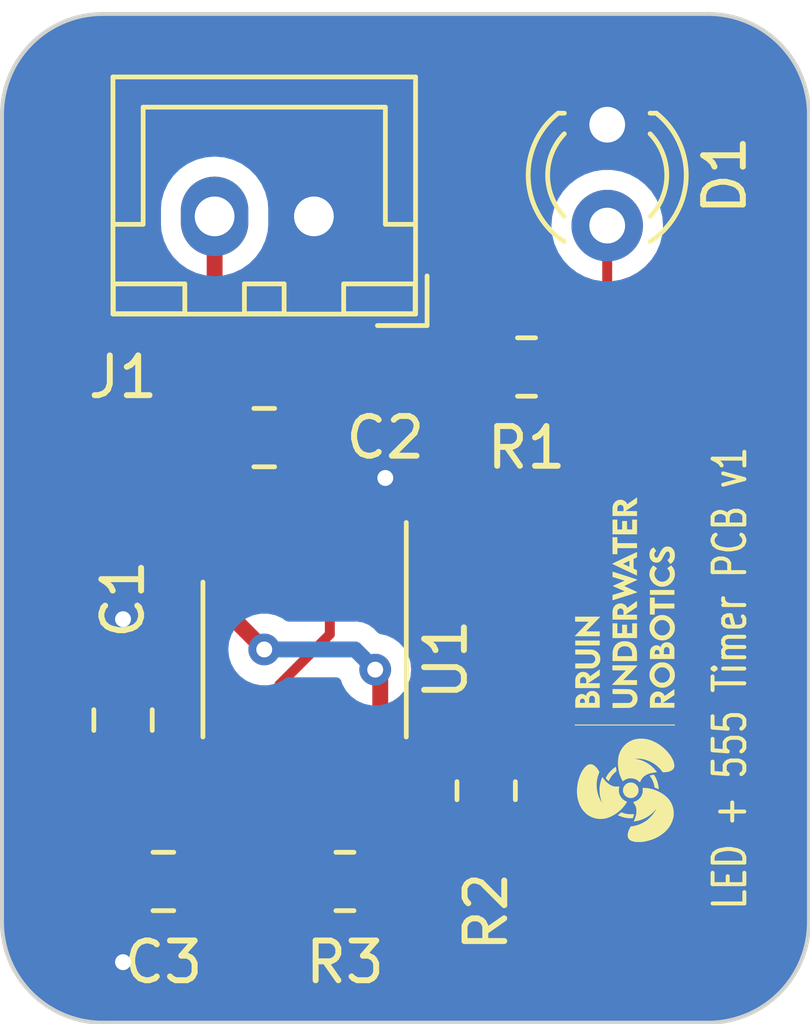
<source format=kicad_pcb>
(kicad_pcb (version 20221018) (generator pcbnew)
  (layers (0 "F.Cu" signal) (31 "B.Cu" signal) (34 "B.Paste" user) (35 "F.Paste" user) (36 "B.SilkS" user "B.Silkscreen") (37 "F.SilkS" user "F.Silkscreen") (38 "B.Mask" user) (39 "F.Mask" user) (44 "Edge.Cuts" user))
  (net 0 "")
  (net 1 "GND")
  (net 2 "Net-(U1-CV)")
  (net 3 "+9V")
  (net 4 "Net-(U1-THR)")
  (net 5 "Net-(D1-A)")
  (net 6 "/OUT")
  (net 7 "Net-(U1-DIS)")
  (footprint "Connector_JST:JST_XH_B2B-XH-A_1x02_P2.50mm_Vertical" (layer "F.Cu") (at 134.854 55.897 180)
    (fp_text reference "J1" (at 4.806 -4.047) (layer "F.SilkS"))
    (fp_text value "Conn_01x02")
    (pad "1" thru_hole roundrect (at 0 0 180) (size 1.7 2) (drill 1) (layers "*.Cu" "*.Mask") (roundrect_rratio 0.1470588235) (net 1 "GND"))
    (pad "2" thru_hole oval (at 2.5 0 180) (size 1.7 2) (drill 1) (layers "*.Cu" "*.Mask") (net 3 "+9V"))
  )
  (footprint "Resistor_SMD:R_0805_2012Metric" (layer "F.Cu") (at 139.192 70.358 -90)
    (fp_text reference "R2" (at 3.048 0 90) (layer "F.SilkS"))
    (fp_text value "8.2k")
    (pad "1" smd roundrect (at -0.9125 0 270) (size 1.025 1.4) (layers "F.Cu" "F.Paste" "F.Mask") (roundrect_rratio 0.243902439) (net 3 "+9V"))
    (pad "2" smd roundrect (at 0.9125 0 270) (size 1.025 1.4) (layers "F.Cu" "F.Paste" "F.Mask") (roundrect_rratio 0.243902439) (net 7 "Net-(U1-DIS)"))
  )
  (footprint "Resistor_SMD:R_0805_2012Metric" (layer "F.Cu") (at 140.208 59.69)
    (fp_text reference "R1" (at 0 2.032) (layer "F.SilkS"))
    (fp_text value "470")
    (pad "1" smd roundrect (at -0.9125 0) (size 1.025 1.4) (layers "F.Cu" "F.Paste" "F.Mask") (roundrect_rratio 0.243902439) (net 6 "/OUT"))
    (pad "2" smd roundrect (at 0.9125 0) (size 1.025 1.4) (layers "F.Cu" "F.Paste" "F.Mask") (roundrect_rratio 0.243902439) (net 5 "Net-(D1-A)"))
  )
  (footprint "Capacitor_SMD:C_0805_2012Metric" (layer "F.Cu") (at 131.064 72.644)
    (fp_text reference "C3" (at 0 2.032) (layer "F.SilkS"))
    (fp_text value "10u")
    (pad "1" smd roundrect (at -0.95 0) (size 1 1.45) (layers "F.Cu" "F.Paste" "F.Mask") (net 1 "GND"))
    (pad "2" smd roundrect (at 0.95 0) (size 1 1.45) (layers "F.Cu" "F.Paste" "F.Mask") (net 4 "Net-(U1-THR)"))
  )
  (footprint "Package_SO:SOIC-8_3.9x4.9mm_P1.27mm" (layer "F.Cu") (at 134.62 67.056 -90)
    (fp_text reference "U1" (at 0 -3.556 90) (layer "F.SilkS"))
    (fp_text value "NE555D")
    (pad "1" smd roundrect (at -2.475 -1.905 270) (size 1.95 0.6) (layers "F.Cu" "F.Paste" "F.Mask") (net 1 "GND"))
    (pad "2" smd roundrect (at -2.475 -0.635 270) (size 1.95 0.6) (layers "F.Cu" "F.Paste" "F.Mask") (net 4 "Net-(U1-THR)"))
    (pad "3" smd roundrect (at -2.475 0.635 270) (size 1.95 0.6) (layers "F.Cu" "F.Paste" "F.Mask") (net 6 "/OUT"))
    (pad "4" smd roundrect (at -2.475 1.905 270) (size 1.95 0.6) (layers "F.Cu" "F.Paste" "F.Mask") (net 3 "+9V"))
    (pad "5" smd roundrect (at 2.475 1.905 270) (size 1.95 0.6) (layers "F.Cu" "F.Paste" "F.Mask") (net 2 "Net-(U1-CV)"))
    (pad "6" smd roundrect (at 2.475 0.635 270) (size 1.95 0.6) (layers "F.Cu" "F.Paste" "F.Mask") (net 4 "Net-(U1-THR)"))
    (pad "7" smd roundrect (at 2.475 -0.635 270) (size 1.95 0.6) (layers "F.Cu" "F.Paste" "F.Mask") (net 7 "Net-(U1-DIS)"))
    (pad "8" smd roundrect (at 2.475 -1.905 270) (size 1.95 0.6) (layers "F.Cu" "F.Paste" "F.Mask") (net 3 "+9V"))
  )
  (footprint "Capacitor_SMD:C_0805_2012Metric" (layer "F.Cu") (at 130.048 68.58 -90)
    (fp_text reference "C1" (at -3.048 0 -90) (layer "F.SilkS"))
    (fp_text value "10n")
    (pad "1" smd roundrect (at -0.95 0 270) (size 1 1.45) (layers "F.Cu" "F.Paste" "F.Mask") (net 1 "GND"))
    (pad "2" smd roundrect (at 0.95 0 270) (size 1 1.45) (layers "F.Cu" "F.Paste" "F.Mask") (net 2 "Net-(U1-CV)"))
  )
  (footprint "Resistor_SMD:R_0805_2012Metric" (layer "F.Cu") (at 135.636 72.644 180)
    (fp_text reference "R3" (at 0 -2.032) (layer "F.SilkS"))
    (fp_text value "68k")
    (pad "1" smd roundrect (at -0.9125 0 180) (size 1.025 1.4) (layers "F.Cu" "F.Paste" "F.Mask") (roundrect_rratio 0.243902439) (net 7 "Net-(U1-DIS)"))
    (pad "2" smd roundrect (at 0.9125 0 180) (size 1.025 1.4) (layers "F.Cu" "F.Paste" "F.Mask") (roundrect_rratio 0.243902439) (net 4 "Net-(U1-THR)"))
  )
  (footprint "LOGO" (layer "F.Cu") (at 142.748 67.31 90)
    (fp_text reference "G***" hide)
    (fp_text value "LOGO" hide)
  )
  (footprint "LED_THT:LED_D3.0mm" (layer "F.Cu") (at 142.24 53.589 -90)
    (fp_text reference "D1" (at 1.27 -2.96 90) (layer "F.SilkS"))
    (fp_text value "LED")
    (pad "1" thru_hole rect (at 0 0 270) (size 1.8 1.8) (drill 0.9) (layers "*.Cu" "*.Mask") (net 1 "GND"))
    (pad "2" thru_hole circle (at 2.54 0 270) (size 1.8 1.8) (drill 0.9) (layers "*.Cu" "*.Mask") (net 5 "Net-(D1-A)"))
  )
  (footprint "Capacitor_SMD:C_0805_2012Metric" (layer "F.Cu") (at 133.604 61.468)
    (fp_text reference "C2" (at 3.048 0) (layer "F.SilkS"))
    (fp_text value "0.1u")
    (pad "1" smd roundrect (at -0.95 0) (size 1 1.45) (layers "F.Cu" "F.Paste" "F.Mask") (net 3 "+9V"))
    (pad "2" smd roundrect (at 0.95 0) (size 1 1.45) (layers "F.Cu" "F.Paste" "F.Mask") (net 1 "GND"))
  )
  (gr_line (start 127 73.66) (end 127 53.34) (stroke (width 0.1)) (layer "Edge.Cuts"))
  (gr_arc (start 147.32 73.66) (mid 146.576051 75.456051) (end 144.78 76.2) (stroke (width 0.1)) (layer "Edge.Cuts"))
  (gr_line (start 147.32 53.34) (end 147.32 73.66) (stroke (width 0.1)) (layer "Edge.Cuts"))
  (gr_line (start 144.78 76.2) (end 129.54 76.2) (stroke (width 0.1)) (layer "Edge.Cuts"))
  (gr_arc (start 144.78 50.8) (mid 146.576051 51.543949) (end 147.32 53.34) (stroke (width 0.1)) (layer "Edge.Cuts"))
  (gr_arc (start 129.54 76.2) (mid 127.743949 75.456051) (end 127 73.66) (stroke (width 0.1)) (layer "Edge.Cuts"))
  (gr_line (start 129.54 50.8) (end 144.78 50.8) (stroke (width 0.1)) (layer "Edge.Cuts"))
  (gr_arc (start 127 53.34) (mid 127.743949 51.543949) (end 129.54 50.8) (stroke (width 0.1)) (layer "Edge.Cuts"))
  (gr_text "LED + 555 Timer PCB v1" (at 145.796 73.406 90) (layer "F.SilkS") (effects (font (size 0.8 0.6) (thickness 0.1) bold) (justify left bottom)))
  (segment (start 130.114 74.61) (end 130.048 74.676) (width 0.25) (layer "F.Cu") (net 1))
  (segment (start 130.048 67.63) (end 130.048 66.04) (width 0.25) (layer "F.Cu") (net 1))
  (segment (start 135.636 61.468) (end 136.652 62.484) (width 0.25) (layer "F.Cu") (net 1))
  (segment (start 134.554 61.468) (end 135.636 61.468) (width 0.25) (layer "F.Cu") (net 1))
  (segment (start 130.114 72.644) (end 130.114 74.61) (width 0.25) (layer "F.Cu") (net 1))
  (segment (start 136.525 64.581) (end 136.525 62.611) (width 0.25) (layer "F.Cu") (net 1))
  (segment (start 136.525 62.611) (end 136.652 62.484) (width 0.25) (layer "F.Cu") (net 1))
  (via (at 130.048 66.04) (size 0.8) (drill 0.4) (layers "F.Cu" "B.Cu") (net 1))
  (via (at 136.652 62.484) (size 0.8) (drill 0.4) (layers "F.Cu" "B.Cu") (net 1))
  (via (at 130.048 74.676) (size 0.8) (drill 0.4) (layers "F.Cu" "B.Cu") (net 1))
  (segment (start 130.048 69.53) (end 132.714 69.53) (width 0.25) (layer "F.Cu") (net 2))
  (segment (start 132.714 69.53) (end 132.715 69.531) (width 0.25) (layer "F.Cu") (net 2))
  (segment (start 139.192 69.4455) (end 136.6105 69.4455) (width 0.4) (layer "F.Cu") (net 3))
  (segment (start 136.398 67.31) (end 136.525 67.437) (width 0.4) (layer "F.Cu") (net 3))
  (segment (start 132.715 65.913) (end 132.842 66.04) (width 0.4) (layer "F.Cu") (net 3))
  (segment (start 136.525 67.437) (end 136.525 69.531) (width 0.4) (layer "F.Cu") (net 3))
  (segment (start 136.6105 69.4455) (end 136.525 69.531) (width 0.25) (layer "F.Cu") (net 3))
  (segment (start 132.842 66.04) (end 133.604 66.802) (width 0.4) (layer "F.Cu") (net 3))
  (segment (start 132.715 61.529) (end 132.654 61.468) (width 0.4) (layer "F.Cu") (net 3))
  (segment (start 132.354 55.897) (end 132.354 58.694) (width 0.4) (layer "F.Cu") (net 3))
  (segment (start 132.354 58.694) (end 132.654 58.994) (width 0.4) (layer "F.Cu") (net 3))
  (segment (start 132.715 64.581) (end 132.715 61.529) (width 0.4) (layer "F.Cu") (net 3))
  (segment (start 132.654 58.994) (end 132.654 61.468) (width 0.4) (layer "F.Cu") (net 3))
  (segment (start 132.715 64.581) (end 132.715 65.913) (width 0.4) (layer "F.Cu") (net 3))
  (via (at 136.398 67.31) (size 0.8) (drill 0.4) (layers "F.Cu" "B.Cu") (net 3))
  (via (at 133.604 66.802) (size 0.8) (drill 0.4) (layers "F.Cu" "B.Cu") (net 3))
  (segment (start 133.604 66.802) (end 135.89 66.802) (width 0.4) (layer "B.Cu") (net 3))
  (segment (start 135.89 66.802) (end 136.398 67.31) (width 0.4) (layer "B.Cu") (net 3))
  (segment (start 132.014 72.644) (end 134.7235 72.644) (width 0.25) (layer "F.Cu") (net 4))
  (segment (start 134.7235 71.7315) (end 134.7235 72.644) (width 0.25) (layer "F.Cu") (net 4))
  (segment (start 133.985 69.531) (end 133.985 70.993) (width 0.25) (layer "F.Cu") (net 4))
  (segment (start 133.985 69.531) (end 133.985 67.691) (width 0.25) (layer "F.Cu") (net 4))
  (segment (start 133.985 67.691) (end 135.255 66.421) (width 0.25) (layer "F.Cu") (net 4))
  (segment (start 133.985 70.993) (end 134.7235 71.7315) (width 0.25) (layer "F.Cu") (net 4))
  (segment (start 135.255 66.421) (end 135.255 64.581) (width 0.25) (layer "F.Cu") (net 4))
  (segment (start 141.1205 59.69) (end 142.24 58.5705) (width 0.25) (layer "F.Cu") (net 5))
  (segment (start 142.24 58.5705) (end 142.24 56.129) (width 0.25) (layer "F.Cu") (net 5))
  (segment (start 133.604 60.706) (end 133.604 62.738) (width 0.25) (layer "F.Cu") (net 6))
  (segment (start 139.2955 59.69) (end 134.62 59.69) (width 0.25) (layer "F.Cu") (net 6))
  (segment (start 133.985 63.119) (end 133.985 64.581) (width 0.25) (layer "F.Cu") (net 6))
  (segment (start 134.62 59.69) (end 133.604 60.706) (width 0.25) (layer "F.Cu") (net 6))
  (segment (start 133.604 62.738) (end 133.985 63.119) (width 0.25) (layer "F.Cu") (net 6))
  (segment (start 136.5485 72.644) (end 137.8185 72.644) (width 0.25) (layer "F.Cu") (net 7))
  (segment (start 136.5485 72.0325) (end 136.5485 72.644) (width 0.25) (layer "F.Cu") (net 7))
  (segment (start 137.8185 72.644) (end 139.192 71.2705) (width 0.25) (layer "F.Cu") (net 7))
  (segment (start 135.255 70.739) (end 136.5485 72.0325) (width 0.25) (layer "F.Cu") (net 7))
  (segment (start 135.255 69.531) (end 135.255 70.739) (width 0.25) (layer "F.Cu") (net 7))
  (zone (net 1) (net_name "GND") (layer "B.Cu") (connect_pads yes (clearance 0.5)) (min_thickness 0.25) (fill yes (thermal_gap 0.5) (thermal_bridge_width 0.5))
    (polygon (pts (xy 127 50.8) (xy 147.32 50.8) (xy 147.32 76.2) (xy 127 76.2)))
  )
)
</source>
